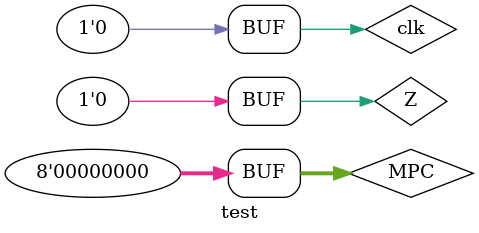
<source format=v>
`timescale 1ns / 1ps


module test;

	// Inputs
	reg Z;
	reg [7:0] MPC;
	reg clk;

	// Outputs
	wire RAM_en;
	wire [2:0] REG_INC;
	wire [7:0] Addr;
	wire JMPC;
	wire [3:0] ALU;
	wire [4:0] C;
	wire [4:0] B;
	wire [1:0] M;

	// Instantiate the Unit Under Test (UUT)
	ControlUnit uut (
		.RAM_en(RAM_en), 
		.REG_INC(REG_INC), 
		.Z(Z), 
		.MPC(MPC), 
		.clk(clk), 
		.Addr(Addr), 
		.JMPC(JMPC), 
		.ALU(ALU), 
		.C(C), 
		.B(B), 
		.M(M)
	);

	initial begin
		// Initialize Inputs
		Z = 0;
		MPC = 0;
		clk = 0;

		// Wait 100 ns for global reset to finish
		#100;
        
		// Add stimulus here

	end
      
endmodule


</source>
